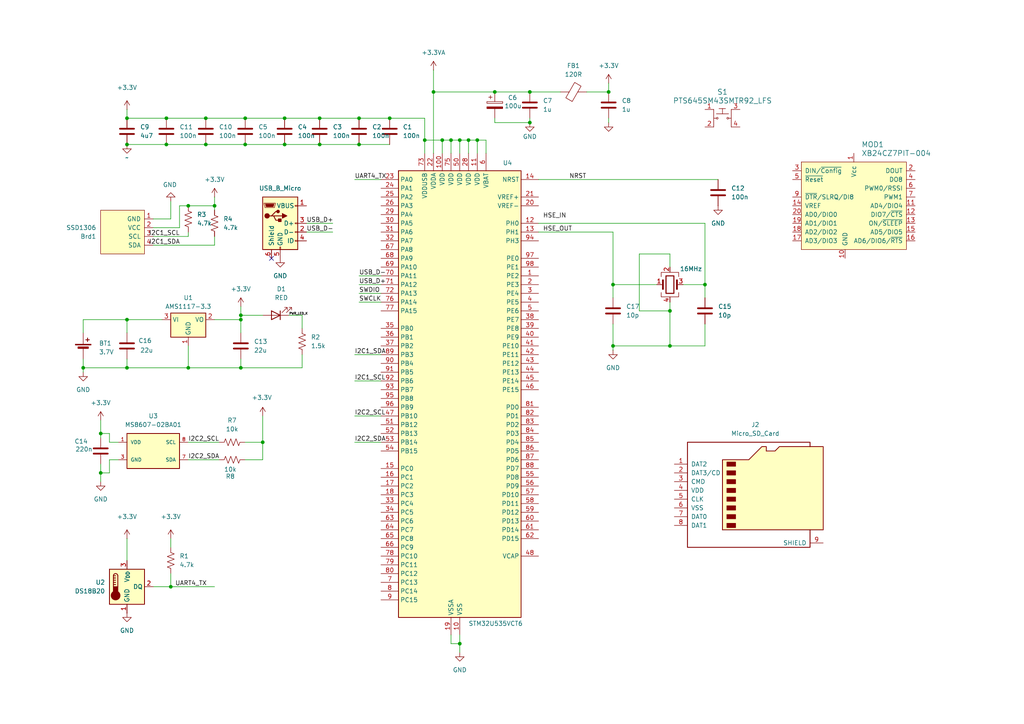
<source format=kicad_sch>
(kicad_sch (version 20231120) (generator "eeschema") (generator_version "8.0")
  (paper "A4")
  (lib_symbols
    (symbol "Connector:Micro_SD_Card" (pin_names (offset 1.016))
      (property "Reference" "J" (at -16.51 15.24 0))
      (property "Value" "Micro_SD_Card" (at 16.51 15.24 0))
      (symbol "Micro_SD_Card_0_1"
        (rectangle (start -7.62 -9.525) (end -5.08 -10.795) (fill (type outline)))
        (rectangle (start -7.62 -6.985) (end -5.08 -8.255) (fill (type outline)))
        (rectangle (start -7.62 -4.445) (end -5.08 -5.715) (fill (type outline)))
        (rectangle (start -7.62 -1.905) (end -5.08 -3.175) (fill (type outline)))
        (rectangle (start -7.62 0.635) (end -5.08 -0.635) (fill (type outline)))
        (rectangle (start -7.62 3.175) (end -5.08 1.905) (fill (type outline)))
        (rectangle (start -7.62 5.715) (end -5.08 4.445) (fill (type outline)))
        (rectangle (start -7.62 8.255) (end -5.08 6.985) (fill (type outline)))
        (polyline (pts (xy 16.51 12.7) (xy 16.51 13.97) (xy -19.05 13.97) (xy -19.05 -16.51) (xy 16.51 -16.51) (xy 16.51 -11.43)) (stroke (width 0.254)))
        (polyline (pts (xy -8.89 -11.43) (xy -8.89 8.89) (xy -1.27 8.89) (xy 2.54 12.7) (xy 3.81 12.7) (xy 3.81 11.43) (xy 6.35 11.43) (xy 7.62 12.7) (xy 20.32 12.7) (xy 20.32 -11.43) (xy -8.89 -11.43)) (stroke (width 0.254)) (fill (type background)))
      )
      (symbol "Micro_SD_Card_1_1"
        (pin bidirectional line (at -22.86 7.62 0) (length 3.81) (name "DAT2") (number "1"))
        (pin bidirectional line (at -22.86 5.08 0) (length 3.81) (name "DAT3/CD") (number "2"))
        (pin input line (at -22.86 2.54 0) (length 3.81) (name "CMD") (number "3"))
        (pin power_in line (at -22.86 0 0) (length 3.81) (name "VDD") (number "4"))
        (pin input line (at -22.86 -2.54 0) (length 3.81) (name "CLK") (number "5"))
        (pin power_in line (at -22.86 -5.08 0) (length 3.81) (name "VSS") (number "6"))
        (pin bidirectional line (at -22.86 -7.62 0) (length 3.81) (name "DAT0") (number "7"))
        (pin bidirectional line (at -22.86 -10.16 0) (length 3.81) (name "DAT1") (number "8"))
        (pin passive line (at 20.32 -15.24 180) (length 3.81) (name "SHIELD") (number "9"))
      )
    )
    (symbol "Connector:USB_B_Micro" (pin_names (offset 1.016))
      (property "Reference" "J" (at -5.08 11.43 0))
      (property "Value" "USB_B_Micro" (at -5.08 8.89 0))
      (symbol "USB_B_Micro_0_1"
        (rectangle (start -5.08 -7.62) (end 5.08 7.62) (stroke (width 0.254)) (fill (type background)))
        (circle (center -3.81 2.159) (radius 0.635) (stroke (width 0.254)) (fill (type outline)))
        (circle (center -0.635 3.429) (radius 0.381) (stroke (width 0.254)) (fill (type outline)))
        (rectangle (start -0.127 -7.62) (end 0.127 -6.858))
        (polyline (pts (xy -1.905 2.159) (xy 0.635 2.159)) (stroke (width 0.254)))
        (polyline (pts (xy -3.175 2.159) (xy -2.54 2.159) (xy -1.27 3.429) (xy -0.635 3.429)) (stroke (width 0.254)))
        (polyline (pts (xy -2.54 2.159) (xy -1.905 2.159) (xy -1.27 0.889) (xy 0 0.889)) (stroke (width 0.254)))
        (polyline (pts (xy 0.635 2.794) (xy 0.635 1.524) (xy 1.905 2.159) (xy 0.635 2.794)) (stroke (width 0.254)) (fill (type outline)))
        (polyline (pts (xy -4.318 5.588) (xy -1.778 5.588) (xy -2.032 4.826) (xy -4.064 4.826) (xy -4.318 5.588)) (fill (type outline)))
        (polyline (pts (xy -4.699 5.842) (xy -4.699 5.588) (xy -4.445 4.826) (xy -4.445 4.572) (xy -1.651 4.572) (xy -1.651 4.826) (xy -1.397 5.588) (xy -1.397 5.842) (xy -4.699 5.842)))
        (rectangle (start 0.254 1.27) (end -0.508 0.508) (stroke (width 0.254)) (fill (type outline)))
        (rectangle (start 5.08 -5.207) (end 4.318 -4.953))
        (rectangle (start 5.08 -2.667) (end 4.318 -2.413))
        (rectangle (start 5.08 -0.127) (end 4.318 0.127))
        (rectangle (start 5.08 4.953) (end 4.318 5.207))
      )
      (symbol "USB_B_Micro_1_1"
        (pin power_out line (at 7.62 5.08 180) (length 2.54) (name "VBUS") (number "1"))
        (pin bidirectional line (at 7.62 -2.54 180) (length 2.54) (name "D-") (number "2"))
        (pin bidirectional line (at 7.62 0 180) (length 2.54) (name "D+") (number "3"))
        (pin passive line (at 7.62 -5.08 180) (length 2.54) (name "ID") (number "4"))
        (pin power_out line (at 0 -10.16 90) (length 2.54) (name "GND") (number "5"))
        (pin passive line (at -2.54 -10.16 90) (length 2.54) (name "Shield") (number "6"))
      )
    )
    (symbol "Device:Battery_Cell" (pin_numbers hide) (pin_names (offset 0) hide)
      (property "Reference" "BT" (at 2.54 2.54 0))
      (property "Value" "Battery_Cell" (at 2.54 0 0))
      (symbol "Battery_Cell_0_1"
        (rectangle (start -2.286 1.778) (end 2.286 1.524) (fill (type outline)))
        (rectangle (start -1.524 1.016) (end 1.524 0.508) (fill (type outline)))
        (polyline (pts (xy 0 0.762) (xy 0 0)))
        (polyline (pts (xy 0 1.778) (xy 0 2.54)))
        (polyline (pts (xy 0.762 3.048) (xy 1.778 3.048)) (stroke (width 0.254)))
        (polyline (pts (xy 1.27 3.556) (xy 1.27 2.54)) (stroke (width 0.254)))
      )
      (symbol "Battery_Cell_1_1"
        (pin passive line (at 0 5.08 270) (length 2.54) (name "+") (number "1"))
        (pin passive line (at 0 -2.54 90) (length 2.54) (name "-") (number "2"))
      )
    )
    (symbol "Device:C" (pin_numbers hide) (pin_names (offset 0.254))
      (property "Reference" "C" (at 0.635 2.54 0))
      (property "Value" "C" (at 0.635 -2.54 0))
      (symbol "C_0_1"
        (polyline (pts (xy -2.032 -0.762) (xy 2.032 -0.762)) (stroke (width 0.508)))
        (polyline (pts (xy -2.032 0.762) (xy 2.032 0.762)) (stroke (width 0.508)))
      )
      (symbol "C_1_1"
        (pin passive line (at 0 3.81 270) (length 2.794) (name "~") (number "1"))
        (pin passive line (at 0 -3.81 90) (length 2.794) (name "~") (number "2"))
      )
    )
    (symbol "Device:C_Polarized" (pin_numbers hide) (pin_names (offset 0.254))
      (property "Reference" "C" (at 0.635 2.54 0))
      (property "Value" "C_Polarized" (at 0.635 -2.54 0))
      (symbol "C_Polarized_0_1"
        (rectangle (start -2.286 0.508) (end 2.286 1.016))
        (polyline (pts (xy -1.778 2.286) (xy -0.762 2.286)))
        (polyline (pts (xy -1.27 2.794) (xy -1.27 1.778)))
        (rectangle (start 2.286 -0.508) (end -2.286 -1.016) (fill (type outline)))
      )
      (symbol "C_Polarized_1_1"
        (pin passive line (at 0 3.81 270) (length 2.794) (name "~") (number "1"))
        (pin passive line (at 0 -3.81 90) (length 2.794) (name "~") (number "2"))
      )
    )
    (symbol "Device:Crystal_GND24" (pin_names (offset 1.016) hide)
      (property "Reference" "Y" (at 3.175 5.08 0))
      (property "Value" "Crystal_GND24" (at 3.175 3.175 0))
      (symbol "Crystal_GND24_0_1"
        (rectangle (start -1.143 2.54) (end 1.143 -2.54) (stroke (width 0.3048)))
        (polyline (pts (xy -2.54 0) (xy -2.032 0)))
        (polyline (pts (xy -2.032 -1.27) (xy -2.032 1.27)) (stroke (width 0.508)))
        (polyline (pts (xy 0 -3.81) (xy 0 -3.556)))
        (polyline (pts (xy 0 3.556) (xy 0 3.81)))
        (polyline (pts (xy 2.032 -1.27) (xy 2.032 1.27)) (stroke (width 0.508)))
        (polyline (pts (xy 2.032 0) (xy 2.54 0)))
        (polyline (pts (xy -2.54 -2.286) (xy -2.54 -3.556) (xy 2.54 -3.556) (xy 2.54 -2.286)))
        (polyline (pts (xy -2.54 2.286) (xy -2.54 3.556) (xy 2.54 3.556) (xy 2.54 2.286)))
      )
      (symbol "Crystal_GND24_1_1"
        (pin passive line (at -3.81 0 0) (length 1.27) (name "1") (number "1"))
        (pin passive line (at 0 5.08 270) (length 1.27) (name "2") (number "2"))
        (pin passive line (at 3.81 0 180) (length 1.27) (name "3") (number "3"))
        (pin passive line (at 0 -5.08 90) (length 1.27) (name "4") (number "4"))
      )
    )
    (symbol "Device:FerriteBead" (pin_numbers hide) (pin_names (offset 0))
      (property "Reference" "FB" (at -3.81 0.635 90))
      (property "Value" "FerriteBead" (at 3.81 0 90))
      (symbol "FerriteBead_0_1"
        (polyline (pts (xy 0 -1.27) (xy 0 -1.2192)))
        (polyline (pts (xy 0 1.27) (xy 0 1.2954)))
        (polyline (pts (xy -2.7686 0.4064) (xy -1.7018 2.2606) (xy 2.7686 -0.3048) (xy 1.6764 -2.159) (xy -2.7686 0.4064)))
      )
      (symbol "FerriteBead_1_1"
        (pin passive line (at 0 3.81 270) (length 2.54) (name "~") (number "1"))
        (pin passive line (at 0 -3.81 90) (length 2.54) (name "~") (number "2"))
      )
    )
    (symbol "Device:LED" (pin_numbers hide) (pin_names (offset 1.016) hide)
      (property "Reference" "D" (at 0 2.54 0))
      (property "Value" "LED" (at 0 -2.54 0))
      (symbol "LED_0_1"
        (polyline (pts (xy -1.27 -1.27) (xy -1.27 1.27)) (stroke (width 0.254)))
        (polyline (pts (xy -1.27 0) (xy 1.27 0)))
        (polyline (pts (xy 1.27 -1.27) (xy 1.27 1.27) (xy -1.27 0) (xy 1.27 -1.27)) (stroke (width 0.254)))
        (polyline (pts (xy -3.048 -0.762) (xy -4.572 -2.286) (xy -3.81 -2.286) (xy -4.572 -2.286) (xy -4.572 -1.524)))
        (polyline (pts (xy -1.778 -0.762) (xy -3.302 -2.286) (xy -2.54 -2.286) (xy -3.302 -2.286) (xy -3.302 -1.524)))
      )
      (symbol "LED_1_1"
        (pin passive line (at -3.81 0 0) (length 2.54) (name "K") (number "1"))
        (pin passive line (at 3.81 0 180) (length 2.54) (name "A") (number "2"))
      )
    )
    (symbol "Device:R_US" (pin_numbers hide) (pin_names (offset 0))
      (property "Reference" "R" (at 2.54 0 90))
      (property "Value" "R_US" (at -2.54 0 90))
      (symbol "R_US_0_1"
        (polyline (pts (xy 0 -2.286) (xy 0 -2.54)))
        (polyline (pts (xy 0 2.286) (xy 0 2.54)))
        (polyline (pts (xy 0 -0.762) (xy 1.016 -1.143) (xy 0 -1.524) (xy -1.016 -1.905) (xy 0 -2.286)))
        (polyline (pts (xy 0 0.762) (xy 1.016 0.381) (xy 0 0) (xy -1.016 -0.381) (xy 0 -0.762)))
        (polyline (pts (xy 0 2.286) (xy 1.016 1.905) (xy 0 1.524) (xy -1.016 1.143) (xy 0 0.762)))
      )
      (symbol "R_US_1_1"
        (pin passive line (at 0 3.81 270) (length 1.27) (name "~") (number "1"))
        (pin passive line (at 0 -3.81 90) (length 1.27) (name "~") (number "2"))
      )
    )
    (symbol "MCU_ST_STM32U5:STM32U535VCTx"
      (property "Reference" "U" (at -17.78 67.31 0))
      (property "Value" "STM32U535VCTx" (at 12.7 67.31 0))
      (symbol "STM32U535VCTx_0_1"
        (rectangle (start -17.78 -63.5) (end 17.78 66.04) (stroke (width 0.254)) (fill (type background)))
      )
      (symbol "STM32U535VCTx_1_1"
        (pin bidirectional line (at -22.86 35.56 0) (length 5.08) (name "PE2") (number "1"))
        (pin power_in line (at 0 -68.58 90) (length 5.08) (name "VSS") (number "10"))
        (pin power_in line (at 5.08 71.12 270) (length 5.08) (name "VDD") (number "100"))
        (pin power_in line (at -5.08 71.12 270) (length 5.08) (name "VDD") (number "11"))
        (pin bidirectional line (at -22.86 50.8 0) (length 5.08) (name "PH0") (number "12"))
        (pin bidirectional line (at -22.86 48.26 0) (length 5.08) (name "PH1") (number "13"))
        (pin input line (at -22.86 63.5 0) (length 5.08) (name "NRST") (number "14"))
        (pin bidirectional line (at 22.86 -20.32 180) (length 5.08) (name "PC0") (number "15"))
        (pin bidirectional line (at 22.86 -22.86 180) (length 5.08) (name "PC1") (number "16"))
        (pin bidirectional line (at 22.86 -25.4 180) (length 5.08) (name "PC2") (number "17"))
        (pin bidirectional line (at 22.86 -27.94 180) (length 5.08) (name "PC3") (number "18"))
        (pin power_in line (at 2.54 -68.58 90) (length 5.08) (name "VSSA") (number "19"))
        (pin bidirectional line (at -22.86 33.02 0) (length 5.08) (name "PE3") (number "2"))
        (pin input line (at -22.86 55.88 0) (length 5.08) (name "VREF-") (number "20"))
        (pin input line (at -22.86 58.42 0) (length 5.08) (name "VREF+") (number "21"))
        (pin power_in line (at 7.62 71.12 270) (length 5.08) (name "VDDA") (number "22"))
        (pin bidirectional line (at 22.86 63.5 180) (length 5.08) (name "PA0") (number "23"))
        (pin bidirectional line (at 22.86 60.96 180) (length 5.08) (name "PA1") (number "24"))
        (pin bidirectional line (at 22.86 58.42 180) (length 5.08) (name "PA2") (number "25"))
        (pin bidirectional line (at 22.86 55.88 180) (length 5.08) (name "PA3") (number "26"))
        (pin passive line (at 0 -68.58 90) (length 5.08) hide (name "VSS") (number "27"))
        (pin power_in line (at -2.54 71.12 270) (length 5.08) (name "VDD") (number "28"))
        (pin bidirectional line (at 22.86 53.34 180) (length 5.08) (name "PA4") (number "29"))
        (pin bidirectional line (at -22.86 30.48 0) (length 5.08) (name "PE4") (number "3"))
        (pin bidirectional line (at 22.86 50.8 180) (length 5.08) (name "PA5") (number "30"))
        (pin bidirectional line (at 22.86 48.26 180) (length 5.08) (name "PA6") (number "31"))
        (pin bidirectional line (at 22.86 45.72 180) (length 5.08) (name "PA7") (number "32"))
        (pin bidirectional line (at 22.86 -30.48 180) (length 5.08) (name "PC4") (number "33"))
        (pin bidirectional line (at 22.86 -33.02 180) (length 5.08) (name "PC5") (number "34"))
        (pin bidirectional line (at 22.86 20.32 180) (length 5.08) (name "PB0") (number "35"))
        (pin bidirectional line (at 22.86 17.78 180) (length 5.08) (name "PB1") (number "36"))
        (pin bidirectional line (at 22.86 15.24 180) (length 5.08) (name "PB2") (number "37"))
        (pin bidirectional line (at -22.86 22.86 0) (length 5.08) (name "PE7") (number "38"))
        (pin bidirectional line (at -22.86 20.32 0) (length 5.08) (name "PE8") (number "39"))
        (pin bidirectional line (at -22.86 27.94 0) (length 5.08) (name "PE5") (number "4"))
        (pin bidirectional line (at -22.86 17.78 0) (length 5.08) (name "PE9") (number "40"))
        (pin bidirectional line (at -22.86 15.24 0) (length 5.08) (name "PE10") (number "41"))
        (pin bidirectional line (at -22.86 12.7 0) (length 5.08) (name "PE11") (number "42"))
        (pin bidirectional line (at -22.86 10.16 0) (length 5.08) (name "PE12") (number "43"))
        (pin bidirectional line (at -22.86 7.62 0) (length 5.08) (name "PE13") (number "44"))
        (pin bidirectional line (at -22.86 5.08 0) (length 5.08) (name "PE14") (number "45"))
        (pin bidirectional line (at -22.86 2.54 0) (length 5.08) (name "PE15") (number "46"))
        (pin bidirectional line (at 22.86 -5.08 180) (length 5.08) (name "PB10") (number "47"))
        (pin power_out line (at -22.86 -45.72 0) (length 5.08) (name "VCAP") (number "48"))
        (pin passive line (at 0 -68.58 90) (length 5.08) hide (name "VSS") (number "49"))
        (pin bidirectional line (at -22.86 25.4 0) (length 5.08) (name "PE6") (number "5"))
        (pin power_in line (at 0 71.12 270) (length 5.08) (name "VDD") (number "50"))
        (pin bidirectional line (at 22.86 -7.62 180) (length 5.08) (name "PB12") (number "51"))
        (pin bidirectional line (at 22.86 -10.16 180) (length 5.08) (name "PB13") (number "52"))
        (pin bidirectional line (at 22.86 -12.7 180) (length 5.08) (name "PB14") (number "53"))
        (pin bidirectional line (at 22.86 -15.24 180) (length 5.08) (name "PB15") (number "54"))
        (pin bidirectional line (at -22.86 -22.86 0) (length 5.08) (name "PD8") (number "55"))
        (pin bidirectional line (at -22.86 -25.4 0) (length 5.08) (name "PD9") (number "56"))
        (pin bidirectional line (at -22.86 -27.94 0) (length 5.08) (name "PD10") (number "57"))
        (pin bidirectional line (at -22.86 -30.48 0) (length 5.08) (name "PD11") (number "58"))
        (pin bidirectional line (at -22.86 -33.02 0) (length 5.08) (name "PD12") (number "59"))
        (pin power_in line (at -7.62 71.12 270) (length 5.08) (name "VBAT") (number "6"))
        (pin bidirectional line (at -22.86 -35.56 0) (length 5.08) (name "PD13") (number "60"))
        (pin bidirectional line (at -22.86 -38.1 0) (length 5.08) (name "PD14") (number "61"))
        (pin bidirectional line (at -22.86 -40.64 0) (length 5.08) (name "PD15") (number "62"))
        (pin bidirectional line (at 22.86 -35.56 180) (length 5.08) (name "PC6") (number "63"))
        (pin bidirectional line (at 22.86 -38.1 180) (length 5.08) (name "PC7") (number "64"))
        (pin bidirectional line (at 22.86 -40.64 180) (length 5.08) (name "PC8") (number "65"))
        (pin bidirectional line (at 22.86 -43.18 180) (length 5.08) (name "PC9") (number "66"))
        (pin bidirectional line (at 22.86 43.18 180) (length 5.08) (name "PA8") (number "67"))
        (pin bidirectional line (at 22.86 40.64 180) (length 5.08) (name "PA9") (number "68"))
        (pin bidirectional line (at 22.86 38.1 180) (length 5.08) (name "PA10") (number "69"))
        (pin bidirectional line (at 22.86 -53.34 180) (length 5.08) (name "PC13") (number "7"))
        (pin bidirectional line (at 22.86 35.56 180) (length 5.08) (name "PA11") (number "70"))
        (pin bidirectional line (at 22.86 33.02 180) (length 5.08) (name "PA12") (number "71"))
        (pin bidirectional line (at 22.86 30.48 180) (length 5.08) (name "PA13") (number "72"))
        (pin power_in line (at 10.16 71.12 270) (length 5.08) (name "VDDUSB") (number "73"))
        (pin passive line (at 0 -68.58 90) (length 5.08) hide (name "VSS") (number "74"))
        (pin power_in line (at 2.54 71.12 270) (length 5.08) (name "VDD") (number "75"))
        (pin bidirectional line (at 22.86 27.94 180) (length 5.08) (name "PA14") (number "76"))
        (pin bidirectional line (at 22.86 25.4 180) (length 5.08) (name "PA15") (number "77"))
        (pin bidirectional line (at 22.86 -45.72 180) (length 5.08) (name "PC10") (number "78"))
        (pin bidirectional line (at 22.86 -48.26 180) (length 5.08) (name "PC11") (number "79"))
        (pin bidirectional line (at 22.86 -55.88 180) (length 5.08) (name "PC14") (number "8"))
        (pin bidirectional line (at 22.86 -50.8 180) (length 5.08) (name "PC12") (number "80"))
        (pin bidirectional line (at -22.86 -2.54 0) (length 5.08) (name "PD0") (number "81"))
        (pin bidirectional line (at -22.86 -5.08 0) (length 5.08) (name "PD1") (number "82"))
        (pin bidirectional line (at -22.86 -7.62 0) (length 5.08) (name "PD2") (number "83"))
        (pin bidirectional line (at -22.86 -10.16 0) (length 5.08) (name "PD3") (number "84"))
        (pin bidirectional line (at -22.86 -12.7 0) (length 5.08) (name "PD4") (number "85"))
        (pin bidirectional line (at -22.86 -15.24 0) (length 5.08) (name "PD5") (number "86"))
        (pin bidirectional line (at -22.86 -17.78 0) (length 5.08) (name "PD6") (number "87"))
        (pin bidirectional line (at -22.86 -20.32 0) (length 5.08) (name "PD7") (number "88"))
        (pin bidirectional line (at 22.86 12.7 180) (length 5.08) (name "PB3") (number "89"))
        (pin bidirectional line (at 22.86 -58.42 180) (length 5.08) (name "PC15") (number "9"))
        (pin bidirectional line (at 22.86 10.16 180) (length 5.08) (name "PB4") (number "90"))
        (pin bidirectional line (at 22.86 7.62 180) (length 5.08) (name "PB5") (number "91"))
        (pin bidirectional line (at 22.86 5.08 180) (length 5.08) (name "PB6") (number "92"))
        (pin bidirectional line (at 22.86 2.54 180) (length 5.08) (name "PB7") (number "93"))
        (pin bidirectional line (at -22.86 45.72 0) (length 5.08) (name "PH3") (number "94"))
        (pin bidirectional line (at 22.86 0 180) (length 5.08) (name "PB8") (number "95"))
        (pin bidirectional line (at 22.86 -2.54 180) (length 5.08) (name "PB9") (number "96"))
        (pin bidirectional line (at -22.86 40.64 0) (length 5.08) (name "PE0") (number "97"))
        (pin bidirectional line (at -22.86 38.1 0) (length 5.08) (name "PE1") (number "98"))
        (pin passive line (at 0 -68.58 90) (length 5.08) hide (name "VSS") (number "99"))
      )
    )
    (symbol "MS8607-02BA01:MS8607-02BA01" (pin_names (offset 1.016))
      (property "Reference" "U" (at -7.62 5.588 0))
      (property "Value" "MS8607-02BA01" (at -7.62 -7.62 0))
      (symbol "MS8607-02BA01_0_0"
        (rectangle (start -7.62 -5.08) (end 7.62 5.08) (stroke (width 0.254)) (fill (type background)))
        (pin power_in line (at -10.16 2.54 0) (length 2.54) (name "VDD") (number "1"))
        (pin power_in line (at -10.16 -2.54 0) (length 2.54) (name "GND") (number "3"))
        (pin bidirectional line (at 10.16 -2.54 180) (length 2.54) (name "SDA") (number "7"))
        (pin bidirectional line (at 10.16 2.54 180) (length 2.54) (name "SCL") (number "8"))
      )
    )
    (symbol "Regulator_Linear:AMS1117-3.3"
      (property "Reference" "U" (at -3.81 3.175 0))
      (property "Value" "AMS1117-3.3" (at 0 3.175 0))
      (symbol "AMS1117-3.3_0_1"
        (rectangle (start -5.08 -5.08) (end 5.08 1.905) (stroke (width 0.254)) (fill (type background)))
      )
      (symbol "AMS1117-3.3_1_1"
        (pin power_in line (at 0 -7.62 90) (length 2.54) (name "GND") (number "1"))
        (pin power_out line (at 7.62 0 180) (length 2.54) (name "VO") (number "2"))
        (pin power_in line (at -7.62 0 0) (length 2.54) (name "VI") (number "3"))
      )
    )
    (symbol "SSD1306-128x64_OLED:SSD1306" (pin_names (offset 1.016))
      (property "Reference" "Brd" (at 0 -3.81 0))
      (property "Value" "SSD1306" (at 0 -1.27 0))
      (symbol "SSD1306_0_1"
        (rectangle (start -6.35 6.35) (end 6.35 -6.35) (fill (type background)))
      )
      (symbol "SSD1306_1_1"
        (pin input line (at -3.81 8.89 270) (length 2.54) (name "GND") (number "1"))
        (pin input line (at -1.27 8.89 270) (length 2.54) (name "VCC") (number "2"))
        (pin input line (at 1.27 8.89 270) (length 2.54) (name "SCL") (number "3"))
        (pin input line (at 3.81 8.89 270) (length 2.54) (name "SDA") (number "4"))
      )
    )
    (symbol "Sensor_Temperature:DS18B20"
      (property "Reference" "U" (at -3.81 6.35 0))
      (property "Value" "DS18B20" (at 6.35 6.35 0))
      (symbol "DS18B20_0_1"
        (rectangle (start -5.08 5.08) (end 5.08 -5.08) (stroke (width 0.254)) (fill (type background)))
        (circle (center -3.302 -2.54) (radius 1.27) (stroke (width 0.254)) (fill (type outline)))
        (rectangle (start -2.667 -1.905) (end -3.937 0) (stroke (width 0.254)) (fill (type outline)))
        (arc (start -2.667 3.175) (mid -3.302 3.8073) (end -3.937 3.175) (stroke (width 0.254)))
        (polyline (pts (xy -3.937 0.635) (xy -3.302 0.635)) (stroke (width 0.254)))
        (polyline (pts (xy -3.937 1.27) (xy -3.302 1.27)) (stroke (width 0.254)))
        (polyline (pts (xy -3.937 1.905) (xy -3.302 1.905)) (stroke (width 0.254)))
        (polyline (pts (xy -3.937 2.54) (xy -3.302 2.54)) (stroke (width 0.254)))
        (polyline (pts (xy -3.937 3.175) (xy -3.937 0)) (stroke (width 0.254)))
        (polyline (pts (xy -3.937 3.175) (xy -3.302 3.175)) (stroke (width 0.254)))
        (polyline (pts (xy -2.667 3.175) (xy -2.667 0)) (stroke (width 0.254)))
      )
      (symbol "DS18B20_1_1"
        (pin power_in line (at 0 -7.62 90) (length 2.54) (name "GND") (number "1"))
        (pin bidirectional line (at 7.62 0 180) (length 2.54) (name "DQ") (number "2"))
        (pin power_in line (at 0 7.62 270) (length 2.54) (name "V_{DD}") (number "3"))
      )
    )
    (symbol "dk_RF-Transceiver-Modules:XB24CZ7PIT-004" (pin_names (offset 1.016))
      (property "Reference" "MOD" (at -17.9578 18.6944 0))
      (property "Value" "XB24CZ7PIT-004" (at -2.0828 -8.9408 0))
      (symbol "XB24CZ7PIT-004_0_1"
        (rectangle (start -17.78 17.78) (end 12.7 -7.62) (fill (type background)))
      )
      (symbol "XB24CZ7PIT-004_1_1"
        (pin power_in line (at -2.54 20.32 270) (length 2.54) (name "Vcc") (number "1"))
        (pin power_in line (at -5.08 -10.16 90) (length 2.54) (name "GND") (number "10"))
        (pin bidirectional line (at 15.24 5.08 180) (length 2.54) (name "AD4/DIO4") (number "11"))
        (pin bidirectional line (at 15.24 2.54 180) (length 2.54) (name "DIO7/~{CTS}") (number "12"))
        (pin output line (at 15.24 0 180) (length 2.54) (name "ON/~{SLEEP}") (number "13"))
        (pin input line (at -20.32 5.08 0) (length 2.54) (name "VREF") (number "14"))
        (pin bidirectional line (at 15.24 -2.54 180) (length 2.54) (name "AD5/DIO5") (number "15"))
        (pin bidirectional line (at 15.24 -5.08 180) (length 2.54) (name "AD6/DIO6/~{RTS}") (number "16"))
        (pin bidirectional line (at -20.32 -5.08 0) (length 2.54) (name "AD3/DIO3") (number "17"))
        (pin bidirectional line (at -20.32 -2.54 0) (length 2.54) (name "AD2/DIO2") (number "18"))
        (pin bidirectional line (at -20.32 0 0) (length 2.54) (name "AD1/DIO1") (number "19"))
        (pin output line (at 15.24 15.24 180) (length 2.54) (name "DOUT") (number "2"))
        (pin bidirectional line (at -20.32 2.54 0) (length 2.54) (name "AD0/DIO0") (number "20"))
        (pin input line (at -20.32 15.24 0) (length 2.54) (name "DIN/~{Config}") (number "3"))
        (pin output line (at 15.24 12.7 180) (length 2.54) (name "DO8") (number "4"))
        (pin input line (at -20.32 12.7 0) (length 2.54) (name "~{Reset}") (number "5"))
        (pin output line (at 15.24 10.16 180) (length 2.54) (name "PWM0/RSSI") (number "6"))
        (pin output line (at 15.24 7.62 180) (length 2.54) (name "PWM1") (number "7"))
        (pin no_connect line (at -17.78 10.16 0) (length 2.54) hide (name "Reserved") (number "8"))
        (pin input line (at -20.32 7.62 0) (length 2.54) (name "~{DTR}/SLRQ/DI8") (number "9"))
      )
    )
    (symbol "dk_Tactile-Switches:PTS645SM43SMTR92_LFS" (pin_names (offset 1.016))
      (property "Reference" "S" (at 0 5.08 0))
      (property "Value" "PTS645SM43SMTR92_LFS" (at 0 -5.334 0))
      (symbol "PTS645SM43SMTR92_LFS_0_1"
        (circle (center -1.524 0) (radius 0.254))
        (polyline (pts (xy -2.54 2.54) (xy -2.54 -2.54)))
        (polyline (pts (xy -1.778 0) (xy -2.54 0)))
        (polyline (pts (xy -1.778 1.27) (xy 1.778 1.27)))
        (polyline (pts (xy 2.54 -2.54) (xy 2.54 2.54)))
        (polyline (pts (xy 2.54 0) (xy 1.778 0)))
        (circle (center 1.524 0) (radius 0.254))
      )
      (symbol "PTS645SM43SMTR92_LFS_1_1"
        (polyline (pts (xy -1.016 2.794) (xy 0.889 2.794)))
        (polyline (pts (xy 0 2.794) (xy 0 1.27)))
        (pin passive line (at -5.08 2.54 0) (length 2.54) (name "~") (number "1"))
        (pin passive line (at -5.08 -2.54 0) (length 2.54) (name "~") (number "2"))
        (pin passive line (at 5.08 2.54 180) (length 2.54) (name "~") (number "3"))
        (pin passive line (at 5.08 -2.54 180) (length 2.54) (name "~") (number "4"))
      )
    )
    (symbol "power:+3.3V" (power) (pin_numbers hide) (pin_names (offset 0) hide)
      (property "Value" "+3.3V" (at 0 3.556 0))
      (symbol "+3.3V_0_1"
        (polyline (pts (xy -0.762 1.27) (xy 0 2.54)))
        (polyline (pts (xy 0 0) (xy 0 2.54)))
        (polyline (pts (xy 0 2.54) (xy 0.762 1.27)))
      )
      (symbol "+3.3V_1_1"
        (pin power_in line (at 0 0 90) (length 0) (name "~") (number "1"))
      )
    )
    (symbol "power:+3.3VA" (power) (pin_numbers hide) (pin_names (offset 0) hide)
      (property "Value" "+3.3VA" (at 0 3.556 0))
      (symbol "+3.3VA_0_1"
        (polyline (pts (xy -0.762 1.27) (xy 0 2.54)))
        (polyline (pts (xy 0 0) (xy 0 2.54)))
        (polyline (pts (xy 0 2.54) (xy 0.762 1.27)))
      )
      (symbol "+3.3VA_1_1"
        (pin power_in line (at 0 0 90) (length 0) (name "~") (number "1"))
      )
    )
    (symbol "power:GND" (power) (pin_numbers hide) (pin_names (offset 0) hide)
      (property "Value" "GND" (at 0 -3.81 0))
      (symbol "GND_0_1"
        (polyline (pts (xy 0 0) (xy 0 -1.27) (xy 1.27 -1.27) (xy 0 -2.54) (xy -1.27 -1.27) (xy 0 -1.27)))
      )
      (symbol "GND_1_1"
        (pin power_in line (at 0 0 270) (length 0) (name "~") (number "1"))
      )
    )
  )
  (junction (at 133.35 40.64))
  (junction (at 71.12 41.91))
  (junction (at 54.61 106.68))
  (junction (at 54.61 59.69))
  (junction (at 133.35 186.69))
  (junction (at 36.83 41.91))
  (junction (at 76.2 128.27))
  (junction (at 69.85 106.68))
  (junction (at 104.14 41.91))
  (junction (at 29.21 125.73))
  (junction (at 69.85 92.71))
  (junction (at 69.85 91.44))
  (junction (at 36.83 92.71))
  (junction (at 135.89 40.64))
  (junction (at 153.67 35.56))
  (junction (at 71.12 34.29))
  (junction (at 143.51 26.67))
  (junction (at 82.55 41.91))
  (junction (at 177.8 82.55))
  (junction (at 204.47 82.55))
  (junction (at 48.26 34.29))
  (junction (at 49.53 170.18))
  (junction (at 82.55 34.29))
  (junction (at 92.71 41.91))
  (junction (at 36.83 106.68))
  (junction (at 176.53 26.67))
  (junction (at 177.8 100.33))
  (junction (at 194.31 100.33))
  (junction (at 24.13 106.68))
  (junction (at 62.23 59.69))
  (junction (at 29.21 137.16))
  (junction (at 59.69 34.29))
  (junction (at 138.43 40.64))
  (junction (at 92.71 34.29))
  (junction (at 59.69 41.91))
  (junction (at 113.03 34.29))
  (junction (at 48.26 41.91))
  (junction (at 194.31 90.17))
  (junction (at 125.73 26.67))
  (junction (at 128.27 40.64))
  (junction (at 130.81 40.64))
  (junction (at 36.83 34.29))
  (junction (at 153.67 26.67))
  (junction (at 104.14 34.29))
  (junction (at 123.19 40.64))
  (no_connect (at 78.74 74.93))
  (wire (pts (xy 54.61 106.68) (xy 69.85 106.68)))
  (wire (pts (xy 140.97 40.64) (xy 140.97 44.45)))
  (wire (pts (xy 176.53 34.29) (xy 176.53 35.56)))
  (wire (pts (xy 54.61 59.69) (xy 62.23 59.69)))
  (wire (pts (xy 170.18 26.67) (xy 176.53 26.67)))
  (wire (pts (xy 125.73 26.67) (xy 125.73 44.45)))
  (wire (pts (xy 204.47 82.55) (xy 204.47 86.36)))
  (wire (pts (xy 44.45 68.58) (xy 54.61 68.58)))
  (wire (pts (xy 24.13 106.68) (xy 24.13 107.95)))
  (wire (pts (xy 156.21 64.77) (xy 204.47 64.77)))
  (wire (pts (xy 177.8 101.6) (xy 177.8 100.33)))
  (wire (pts (xy 198.12 82.55) (xy 204.47 82.55)))
  (wire (pts (xy 133.35 186.69) (xy 130.81 186.69)))
  (wire (pts (xy 104.14 82.55) (xy 110.49 82.55)))
  (wire (pts (xy 44.45 170.18) (xy 49.53 170.18)))
  (wire (pts (xy 102.87 110.49) (xy 110.49 110.49)))
  (wire (pts (xy 54.61 67.31) (xy 54.61 68.58)))
  (wire (pts (xy 87.63 106.68) (xy 69.85 106.68)))
  (wire (pts (xy 128.27 40.64) (xy 128.27 44.45)))
  (wire (pts (xy 143.51 34.29) (xy 143.51 35.56)))
  (wire (pts (xy 29.21 137.16) (xy 29.21 139.7)))
  (wire (pts (xy 49.53 170.18) (xy 62.23 170.18)))
  (wire (pts (xy 92.71 34.29) (xy 104.14 34.29)))
  (wire (pts (xy 76.2 128.27) (xy 76.2 133.35)))
  (wire (pts (xy 83.82 91.44) (xy 87.63 91.44)))
  (wire (pts (xy 185.42 73.66) (xy 185.42 90.17)))
  (wire (pts (xy 88.9 67.31) (xy 96.52 67.31)))
  (wire (pts (xy 102.87 120.65) (xy 110.49 120.65)))
  (wire (pts (xy 31.75 125.73) (xy 31.75 128.27)))
  (wire (pts (xy 44.45 66.04) (xy 52.07 66.04)))
  (wire (pts (xy 54.61 133.35) (xy 63.5 133.35)))
  (wire (pts (xy 125.73 26.67) (xy 143.51 26.67)))
  (wire (pts (xy 69.85 91.44) (xy 69.85 92.71)))
  (wire (pts (xy 156.21 52.07) (xy 208.28 52.07)))
  (wire (pts (xy 123.19 34.29) (xy 123.19 40.64)))
  (wire (pts (xy 44.45 71.12) (xy 62.23 71.12)))
  (wire (pts (xy 133.35 40.64) (xy 133.35 44.45)))
  (wire (pts (xy 177.8 82.55) (xy 190.5 82.55)))
  (wire (pts (xy 36.83 92.71) (xy 36.83 96.52)))
  (wire (pts (xy 29.21 134.62) (xy 29.21 137.16)))
  (wire (pts (xy 31.75 137.16) (xy 31.75 133.35)))
  (wire (pts (xy 130.81 184.15) (xy 130.81 186.69)))
  (wire (pts (xy 133.35 184.15) (xy 133.35 186.69)))
  (wire (pts (xy 194.31 90.17) (xy 194.31 100.33)))
  (wire (pts (xy 62.23 59.69) (xy 62.23 60.96)))
  (wire (pts (xy 104.14 85.09) (xy 110.49 85.09)))
  (wire (pts (xy 76.2 133.35) (xy 71.12 133.35)))
  (wire (pts (xy 76.2 120.65) (xy 76.2 128.27)))
  (wire (pts (xy 130.81 40.64) (xy 128.27 40.64)))
  (wire (pts (xy 156.21 67.31) (xy 177.8 67.31)))
  (wire (pts (xy 29.21 137.16) (xy 31.75 137.16)))
  (wire (pts (xy 71.12 41.91) (xy 82.55 41.91)))
  (wire (pts (xy 59.69 34.29) (xy 71.12 34.29)))
  (wire (pts (xy 135.89 40.64) (xy 135.89 44.45)))
  (wire (pts (xy 82.55 41.91) (xy 92.71 41.91)))
  (wire (pts (xy 92.71 41.91) (xy 104.14 41.91)))
  (wire (pts (xy 88.9 64.77) (xy 96.52 64.77)))
  (wire (pts (xy 130.81 40.64) (xy 130.81 44.45)))
  (wire (pts (xy 153.67 26.67) (xy 162.56 26.67)))
  (wire (pts (xy 185.42 90.17) (xy 194.31 90.17)))
  (wire (pts (xy 102.87 102.87) (xy 110.49 102.87)))
  (wire (pts (xy 76.2 128.27) (xy 71.12 128.27)))
  (wire (pts (xy 48.26 41.91) (xy 59.69 41.91)))
  (wire (pts (xy 87.63 102.87) (xy 87.63 106.68)))
  (wire (pts (xy 153.67 35.56) (xy 153.67 34.29)))
  (wire (pts (xy 29.21 125.73) (xy 31.75 125.73)))
  (wire (pts (xy 87.63 91.44) (xy 87.63 95.25)))
  (wire (pts (xy 31.75 128.27) (xy 34.29 128.27)))
  (wire (pts (xy 177.8 67.31) (xy 177.8 82.55)))
  (wire (pts (xy 49.53 156.21) (xy 49.53 158.75)))
  (wire (pts (xy 48.26 34.29) (xy 59.69 34.29)))
  (wire (pts (xy 24.13 92.71) (xy 36.83 92.71)))
  (wire (pts (xy 69.85 91.44) (xy 76.2 91.44)))
  (wire (pts (xy 52.07 59.69) (xy 54.61 59.69)))
  (wire (pts (xy 176.53 24.13) (xy 176.53 26.67)))
  (wire (pts (xy 24.13 96.52) (xy 24.13 92.71)))
  (wire (pts (xy 143.51 35.56) (xy 153.67 35.56)))
  (wire (pts (xy 24.13 104.14) (xy 24.13 106.68)))
  (wire (pts (xy 69.85 88.9) (xy 69.85 91.44)))
  (wire (pts (xy 177.8 82.55) (xy 177.8 86.36)))
  (wire (pts (xy 104.14 87.63) (xy 110.49 87.63)))
  (wire (pts (xy 113.03 34.29) (xy 123.19 34.29)))
  (wire (pts (xy 62.23 68.58) (xy 62.23 71.12)))
  (wire (pts (xy 104.14 80.01) (xy 110.49 80.01)))
  (wire (pts (xy 138.43 40.64) (xy 135.89 40.64)))
  (wire (pts (xy 62.23 57.15) (xy 62.23 59.69)))
  (wire (pts (xy 125.73 20.32) (xy 125.73 26.67)))
  (wire (pts (xy 52.07 66.04) (xy 52.07 59.69)))
  (wire (pts (xy 54.61 100.33) (xy 54.61 106.68)))
  (wire (pts (xy 194.31 100.33) (xy 177.8 100.33)))
  (wire (pts (xy 102.87 52.07) (xy 110.49 52.07)))
  (wire (pts (xy 36.83 41.91) (xy 48.26 41.91)))
  (wire (pts (xy 102.87 128.27) (xy 110.49 128.27)))
  (wire (pts (xy 204.47 93.98) (xy 204.47 100.33)))
  (wire (pts (xy 59.69 41.91) (xy 71.12 41.91)))
  (wire (pts (xy 82.55 34.29) (xy 92.71 34.29)))
  (wire (pts (xy 29.21 125.73) (xy 29.21 127)))
  (wire (pts (xy 123.19 40.64) (xy 123.19 44.45)))
  (wire (pts (xy 104.14 41.91) (xy 113.03 41.91)))
  (wire (pts (xy 36.83 104.14) (xy 36.83 106.68)))
  (wire (pts (xy 133.35 40.64) (xy 130.81 40.64)))
  (wire (pts (xy 138.43 40.64) (xy 138.43 44.45)))
  (wire (pts (xy 36.83 156.21) (xy 36.83 162.56)))
  (wire (pts (xy 36.83 92.71) (xy 46.99 92.71)))
  (wire (pts (xy 36.83 106.68) (xy 54.61 106.68)))
  (wire (pts (xy 135.89 40.64) (xy 133.35 40.64)))
  (wire (pts (xy 36.83 34.29) (xy 48.26 34.29)))
  (wire (pts (xy 54.61 128.27) (xy 63.5 128.27)))
  (wire (pts (xy 31.75 133.35) (xy 34.29 133.35)))
  (wire (pts (xy 62.23 92.71) (xy 69.85 92.71)))
  (wire (pts (xy 29.21 121.92) (xy 29.21 125.73)))
  (wire (pts (xy 49.53 166.37) (xy 49.53 170.18)))
  (wire (pts (xy 69.85 92.71) (xy 69.85 96.52)))
  (wire (pts (xy 204.47 64.77) (xy 204.47 82.55)))
  (wire (pts (xy 194.31 90.17) (xy 194.31 87.63)))
  (wire (pts (xy 194.31 73.66) (xy 194.31 77.47)))
  (wire (pts (xy 194.31 100.33) (xy 204.47 100.33)))
  (wire (pts (xy 36.83 31.75) (xy 36.83 34.29)))
  (wire (pts (xy 177.8 93.98) (xy 177.8 100.33)))
  (wire (pts (xy 71.12 34.29) (xy 82.55 34.29)))
  (wire (pts (xy 69.85 104.14) (xy 69.85 106.68)))
  (wire (pts (xy 44.45 63.5) (xy 49.53 63.5)))
  (wire (pts (xy 104.14 34.29) (xy 113.03 34.29)))
  (wire (pts (xy 24.13 106.68) (xy 36.83 106.68)))
  (wire (pts (xy 194.31 73.66) (xy 185.42 73.66)))
  (wire (pts (xy 133.35 186.69) (xy 133.35 189.23)))
  (wire (pts (xy 128.27 40.64) (xy 123.19 40.64)))
  (wire (pts (xy 49.53 63.5) (xy 49.53 58.42)))
  (wire (pts (xy 143.51 26.67) (xy 153.67 26.67)))
  (wire (pts (xy 140.97 40.64) (xy 138.43 40.64)))
  (label "I2C1_SDA" (at 43.18 71.12 0))
  (label "USB_D+" (at 104.14 82.55 0))
  (label "I2C2_SCL" (at 54.61 128.27 0))
  (label "USB_D-" (at 88.9 67.31 0))
  (label "SWDIO" (at 104.14 85.09 0))
  (label "I2C2_SCL" (at 102.87 120.65 0))
  (label "SWCLK" (at 104.14 87.63 0))
  (label "HSE_IN" (at 157.48 63.5 0))
  (label "I2C1_SCL" (at 102.87 110.49 0))
  (label "USB_D+" (at 88.9 64.77 0))
  (label "UART4_TX" (at 102.87 52.07 0))
  (label "I2C1_SDA" (at 102.87 102.87 0))
  (label "I2C2_SDA" (at 102.87 128.27 0))
  (label "HSE_OUT" (at 157.48 67.31 0))
  (label "I2C2_SDA" (at 54.61 133.35 0))
  (label "NRST" (at 165.1 52.07 0))
  (label "USB_D-" (at 104.14 80.01 0))
  (label "I2C1_SCL" (at 43.18 68.58 0))
  (label "PWR_LED_K" (at 83.82 91.44 0) (effects (font (size 0.635 0.635))))
  (label "UART4_TX" (at 50.8 170.18 0))
  (symbol (lib_id "power:GND") (at 49.53 58.42 180) (unit 1)
    (property "Reference" "#PWR010" (effects (hide yes)))
    (property "Value" "GND" (at 49.276 53.594 0))
    (property "Description" "Power symbol creates a global label with name \"GND\" , ground" (effects (hide yes)))
  )
  (symbol (lib_id "power:+3.3V") (at 36.83 31.75 0) (unit 1)
    (property "Reference" "#PWR01" (effects (hide yes)))
    (property "Value" "+3.3V" (at 36.83 25.4 0))
    (property "Description" "Power symbol creates a global label with name \"+3.3V\"" (effects (hide yes)))
  )
  (symbol (lib_id "power:GND") (at 176.53 35.56 0) (unit 1)
    (property "Reference" "#PWR08" (effects (hide yes)))
    (property "Value" "GND" (effects (hide yes)))
    (property "Description" "Power symbol creates a global label with name \"GND\" , ground" (effects (hide yes)))
  )
  (symbol (lib_id "Device:C") (at 204.47 90.17 0) (unit 1)
    (property "Reference" "C15" (at 208.28 88.8999 0) (effects (justify left)))
    (property "Value" "10p" (at 208.28 91.4399 0) (effects (justify left)))
    (property "Description" "Unpolarized capacitor" (effects (hide yes)))
  )
  (symbol (lib_id "Device:Crystal_GND24") (at 194.31 82.55 0) (unit 1)
    (property "Reference" "Y1" (effects (hide yes)))
    (property "Value" "16MHz" (at 200.406 77.978 0))
    (property "Description" "Four pin crystal, GND on pins 2 and 4" (effects (hide yes)))
  )
  (symbol (lib_id "Device:C") (at 29.21 130.81 0) (unit 1)
    (property "Reference" "C14" (at 21.59 128.016 0) (effects (justify left)))
    (property "Value" "220n" (at 21.844 130.302 0) (effects (justify left)))
    (property "Description" "Unpolarized capacitor" (effects (hide yes)))
  )
  (symbol (lib_id "Device:C") (at 82.55 38.1 0) (unit 1)
    (property "Reference" "C4" (at 86.36 36.8299 0) (effects (justify left)))
    (property "Value" "100n" (at 86.36 39.3699 0) (effects (justify left)))
    (property "Description" "Unpolarized capacitor" (effects (hide yes)))
  )
  (symbol (lib_id "Device:R_US") (at 62.23 64.77 0) (unit 1)
    (property "Reference" "R4" (at 64.77 63.4999 0) (effects (justify left)))
    (property "Value" "4.7k" (at 64.77 66.0399 0) (effects (justify left)))
    (property "Description" "Resistor, US symbol" (effects (hide yes)))
  )
  (symbol (lib_id "Device:C") (at 208.28 55.88 0) (unit 1)
    (property "Reference" "C12" (at 212.09 54.6099 0) (effects (justify left)))
    (property "Value" "100n" (at 212.09 57.1499 0) (effects (justify left)))
    (property "Description" "Unpolarized capacitor" (effects (hide yes)))
  )
  (symbol (lib_id "dk_RF-Transceiver-Modules:XB24CZ7PIT-004") (at 250.19 64.77 0) (unit 1)
    (property "Reference" "MOD1" (at 249.8441 41.91 0) (effects (font (size 1.524 1.524)) (justify left)))
    (property "Value" "XB24CZ7PIT-004" (at 249.8441 44.45 0) (effects (font (size 1.524 1.524)) (justify left)))
    (property "Footprint" "digikey-footprints:XBEE-20_THT" (effects (hide yes)))
    (property "Datasheet" "https://www.digi.com/resources/documentation/digidocs/pdfs/90001500.pdf" (effects (hide yes)))
    (property "Description" "RF TXRX MOD 802.15.4 TRACE ANT" (effects (hide yes)))
    (property "Digi-Key_PN" "602-1557-ND" (effects (hide yes)))
    (property "MPN" "XB24CZ7PIT-004" (effects (hide yes)))
    (property "Category" "RF/IF and RFID" (effects (hide yes)))
    (property "Family" "RF Transceiver Modules" (effects (hide yes)))
    (property "DK_Datasheet_Link" "https://www.digi.com/resources/documentation/digidocs/pdfs/90001500.pdf" (effects (hide yes)))
    (property "DK_Detail_Page" "/product-detail/en/digi-international/XB24CZ7PIT-004/602-1557-ND/5322371" (effects (hide yes)))
    (property "Description_1" "RF TXRX MOD 802.15.4 TRACE ANT" (effects (hide yes)))
    (property "Manufacturer" "Digi International" (effects (hide yes)))
    (property "Status" "Active" (effects (hide yes)))
  )
  (symbol (lib_id "Device:C") (at 59.69 38.1 0) (unit 1)
    (property "Reference" "C10" (at 63.5 36.8299 0) (effects (justify left)))
    (property "Value" "100n" (at 63.5 39.3699 0) (effects (justify left)))
    (property "Description" "Unpolarized capacitor" (effects (hide yes)))
  )
  (symbol (lib_id "SSD1306-128x64_OLED:SSD1306") (at 35.56 67.31 270) (unit 1)
    (property "Reference" "Brd1" (at 27.94 68.5801 90) (effects (justify right)))
    (property "Value" "SSD1306" (at 27.94 66.0401 90) (effects (justify right)))
    (property "Description" "SSD1306 OLED" (effects (hide yes)))
  )
  (symbol (lib_id "Device:R_US") (at 49.53 162.56 0) (unit 1)
    (property "Reference" "R1" (at 52.07 161.2899 0) (effects (justify left)))
    (property "Value" "4.7k" (at 52.07 163.8299 0) (effects (justify left)))
    (property "Description" "Resistor, US symbol" (effects (hide yes)))
  )
  (symbol (lib_id "power:GND") (at 153.67 35.56 0) (unit 1)
    (property "Reference" "#PWR07" (effects (hide yes)))
    (property "Value" "GND" (at 153.67 39.624 0))
    (property "Description" "Power symbol creates a global label with name \"GND\" , ground" (effects (hide yes)))
  )
  (symbol (lib_id "Device:C") (at 113.03 38.1 0) (unit 1)
    (property "Reference" "C1" (at 116.84 36.8299 0) (effects (justify left)))
    (property "Value" "100n" (at 116.84 39.3699 0) (effects (justify left)))
    (property "Description" "Unpolarized capacitor" (effects (hide yes)))
  )
  (symbol (lib_id "Connector:USB_B_Micro") (at 81.28 64.77 0) (unit 1)
    (property "Reference" "J1" (effects (hide yes)))
    (property "Value" "USB_B_Micro" (at 81.28 54.61 0))
    (property "Description" "USB Micro Type B connector" (effects (hide yes)))
  )
  (symbol (lib_id "Connector:Micro_SD_Card") (at 218.44 142.24 0) (unit 1)
    (property "Reference" "J2" (at 219.075 123.19 0))
    (property "Value" "Micro_SD_Card" (at 219.075 125.73 0))
    (property "Datasheet" "http://katalog.we-online.de/em/datasheet/693072010801.pdf" (effects (hide yes)))
    (property "Description" "Micro SD Card Socket" (effects (hide yes)))
  )
  (symbol (lib_id "Regulator_Linear:AMS1117-3.3") (at 54.61 92.71 0) (unit 1)
    (property "Reference" "U1" (at 54.61 86.36 0))
    (property "Value" "AMS1117-3.3" (at 54.61 88.9 0))
    (property "Footprint" "Package_TO_SOT_SMD:SOT-223-3_TabPin2" (effects (hide yes)))
    (property "Datasheet" "http://www.advanced-monolithic.com/pdf/ds1117.pdf" (effects (hide yes)))
    (property "Description" "1A Low Dropout regulator, positive, 3.3V fixed output, SOT-223" (effects (hide yes)))
  )
  (symbol (lib_id "power:GND") (at 177.8 101.6 0) (unit 1)
    (property "Reference" "#PWR011" (effects (hide yes)))
    (property "Value" "GND" (at 177.8 106.68 0))
    (property "Description" "Power symbol creates a global label with name \"GND\" , ground" (effects (hide yes)))
  )
  (symbol (lib_id "Device:R_US") (at 54.61 63.5 0) (unit 1)
    (property "Reference" "R3" (at 57.15 62.2299 0) (effects (justify left)))
    (property "Value" "4.7k" (at 57.15 64.7699 0) (effects (justify left)))
    (property "Description" "Resistor, US symbol" (effects (hide yes)))
  )
  (symbol (lib_id "power:+3.3VA") (at 29.21 121.92 0) (unit 1)
    (property "Reference" "#PWR013" (effects (hide yes)))
    (property "Value" "+3.3V" (at 29.21 116.84 0))
    (property "Description" "Power symbol creates a global label with name \"+3.3VA\"" (effects (hide yes)))
  )
  (symbol (lib_id "dk_Tactile-Switches:PTS645SM43SMTR92_LFS") (at 209.55 34.29 0) (unit 1)
    (property "Reference" "S1" (at 209.55 26.67 0) (effects (font (size 1.524 1.524))))
    (property "Value" "PTS645SM43SMTR92_LFS" (at 209.55 29.21 0) (effects (font (size 1.524 1.524))))
    (property "Footprint" "digikey-footprints:Switch_Tactile_SMD_6x6mm_PTS645" (effects (hide yes)))
    (property "Datasheet" "https://www.ckswitches.com/media/1471/pts645.pdf" (effects (hide yes)))
    (property "Description" "SWITCH TACTILE SPST-NO 0.05A 12V" (effects (hide yes)))
    (property "Digi-Key_PN" "CKN9112CT-ND" (effects (hide yes)))
    (property "MPN" "PTS645SM43SMTR92 LFS" (effects (hide yes)))
    (property "Category" "Switches" (effects (hide yes)))
    (property "Family" "Tactile Switches" (effects (hide yes)))
    (property "DK_Datasheet_Link" "https://www.ckswitches.com/media/1471/pts645.pdf" (effects (hide yes)))
    (property "DK_Detail_Page" "/product-detail/en/c-k/PTS645SM43SMTR92-LFS/CKN9112CT-ND/1146934" (effects (hide yes)))
    (property "Description_1" "SWITCH TACTILE SPST-NO 0.05A 12V" (effects (hide yes)))
    (property "Manufacturer" "C&K" (effects (hide yes)))
    (property "Status" "Active" (effects (hide yes)))
  )
  (symbol (lib_id "Device:C") (at 92.71 38.1 0) (unit 1)
    (property "Reference" "C3" (at 96.52 36.8299 0) (effects (justify left)))
    (property "Value" "100n" (at 96.52 39.3699 0) (effects (justify left)))
    (property "Description" "Unpolarized capacitor" (effects (hide yes)))
  )
  (symbol (lib_id "Device:C") (at 71.12 38.1 0) (unit 1)
    (property "Reference" "C5" (at 74.93 36.8299 0) (effects (justify left)))
    (property "Value" "100n" (at 74.93 39.3699 0) (effects (justify left)))
    (property "Description" "Unpolarized capacitor" (effects (hide yes)))
  )
  (symbol (lib_id "power:+3.3VA") (at 125.73 20.32 0) (unit 1)
    (property "Reference" "#PWR06" (effects (hide yes)))
    (property "Value" "+3.3VA" (at 125.73 15.24 0))
    (property "Description" "Power symbol creates a global label with name \"+3.3VA\"" (effects (hide yes)))
  )
  (symbol (lib_id "power:GND") (at 36.83 177.8 0) (unit 1)
    (property "Reference" "#PWR014" (effects (hide yes)))
    (property "Value" "GND" (at 36.83 182.88 0))
    (property "Description" "Power symbol creates a global label with name \"GND\" , ground" (effects (hide yes)))
  )
  (symbol (lib_id "MCU_ST_STM32U5:STM32U535VCTx") (at 133.35 115.57 0) (mirror y) (unit 1)
    (property "Reference" "U4" (at 148.59 47.244 0) (effects (justify left)))
    (property "Value" "STM32U535VCT6" (at 151.638 180.848 0) (effects (justify left)))
    (property "Footprint" "Package_QFP:LQFP-100_14x14mm_P0.5mm" (effects (hide yes)))
    (property "Datasheet" "https://www.st.com/resource/en/datasheet/stm32u535vc.pdf" (effects (hide yes)))
    (property "Description" "STMicroelectronics Arm Cortex-M33 MCU, 256KB flash, 274KB RAM, 82 GPIO, LQFP100" (effects (hide yes)))
  )
  (symbol (lib_id "power:GND") (at 36.83 41.91 0) (mirror y) (unit 1)
    (property "Reference" "#PWR05" (effects (hide yes)))
    (property "Value" "~" (at 36.83 45.72 0))
    (property "Description" "Power symbol creates a global label with name \"GND\" , ground" (effects (hide yes)))
  )
  (symbol (lib_id "power:+3.3VA") (at 76.2 120.65 0) (unit 1)
    (property "Reference" "#PWR020" (effects (hide yes)))
    (property "Value" "+3.3V" (at 75.946 115.316 0))
    (property "Description" "Power symbol creates a global label with name \"+3.3VA\"" (effects (hide yes)))
  )
  (symbol (lib_id "Device:C") (at 48.26 38.1 0) (unit 1)
    (property "Reference" "C11" (at 52.07 36.8299 0) (effects (justify left)))
    (property "Value" "100n" (at 52.07 39.3699 0) (effects (justify left)))
    (property "Description" "Unpolarized capacitor" (effects (hide yes)))
  )
  (symbol (lib_id "power:+3.3V") (at 36.83 156.21 0) (unit 1)
    (property "Reference" "#PWR016" (effects (hide yes)))
    (property "Value" "+3.3V" (at 36.83 149.86 0))
    (property "Description" "Power symbol creates a global label with name \"+3.3V\"" (effects (hide yes)))
  )
  (symbol (lib_id "power:GND") (at 29.21 139.7 0) (unit 1)
    (property "Reference" "#PWR015" (effects (hide yes)))
    (property "Value" "GND" (at 29.21 144.78 0))
    (property "Description" "Power symbol creates a global label with name \"GND\" , ground" (effects (hide yes)))
  )
  (symbol (lib_id "Device:C") (at 36.83 100.33 0) (unit 1)
    (property "Reference" "C16" (at 40.132 98.806 0) (effects (justify left)))
    (property "Value" "22u" (at 40.64 101.5999 0) (effects (justify left)))
    (property "Description" "Unpolarized capacitor" (effects (hide yes)))
  )
  (symbol (lib_id "power:+3.3V") (at 176.53 24.13 0) (unit 1)
    (property "Reference" "#PWR09" (effects (hide yes)))
    (property "Value" "+3.3V" (at 176.53 19.05 0))
    (property "Description" "Power symbol creates a global label with name \"+3.3V\"" (effects (hide yes)))
  )
  (symbol (lib_id "power:GND") (at 24.13 107.95 0) (unit 1)
    (property "Reference" "#PWR018" (effects (hide yes)))
    (property "Value" "GND" (at 24.13 113.03 0))
    (property "Description" "Power symbol creates a global label with name \"GND\" , ground" (effects (hide yes)))
  )
  (symbol (lib_id "power:+3.3VA") (at 62.23 57.15 0) (unit 1)
    (property "Reference" "#PWR012" (effects (hide yes)))
    (property "Value" "+3.3V" (at 62.23 52.07 0))
    (property "Description" "Power symbol creates a global label with name \"+3.3VA\"" (effects (hide yes)))
  )
  (symbol (lib_id "power:GND") (at 208.28 59.69 0) (unit 1)
    (property "Reference" "#PWR02" (effects (hide yes)))
    (property "Value" "GND" (at 208.28 64.77 0))
    (property "Description" "Power symbol creates a global label with name \"GND\" , ground" (effects (hide yes)))
  )
  (symbol (lib_id "Device:C") (at 177.8 90.17 0) (unit 1)
    (property "Reference" "C17" (at 181.61 88.8999 0) (effects (justify left)))
    (property "Value" "10p" (at 181.61 91.4399 0) (effects (justify left)))
    (property "Description" "Unpolarized capacitor" (effects (hide yes)))
  )
  (symbol (lib_id "Device:C") (at 153.67 30.48 0) (unit 1)
    (property "Reference" "C7" (at 157.48 29.2099 0) (effects (justify left)))
    (property "Value" "1u" (at 157.48 31.7499 0) (effects (justify left)))
    (property "Description" "Unpolarized capacitor" (effects (hide yes)))
  )
  (symbol (lib_id "Device:R_US") (at 67.31 133.35 90) (unit 1)
    (property "Reference" "R8" (at 66.802 138.176 90))
    (property "Value" "10k" (at 66.802 136.144 90))
    (property "Description" "Resistor, US symbol" (effects (hide yes)))
  )
  (symbol (lib_id "Device:C") (at 36.83 38.1 0) (unit 1)
    (property "Reference" "C9" (at 40.64 36.8299 0) (effects (justify left)))
    (property "Value" "4u7" (at 40.64 39.3699 0) (effects (justify left)))
    (property "Description" "Unpolarized capacitor" (effects (hide yes)))
  )
  (symbol (lib_id "Device:R_US") (at 87.63 99.06 0) (unit 1)
    (property "Reference" "R2" (at 90.17 97.7899 0) (effects (justify left)))
    (property "Value" "1.5k" (at 90.17 100.3299 0) (effects (justify left)))
    (property "Description" "Resistor, US symbol" (effects (hide yes)))
  )
  (symbol (lib_id "power:GND") (at 81.28 74.93 0) (unit 1)
    (property "Reference" "#PWR04" (effects (hide yes)))
    (property "Value" "GND" (at 81.28 80.01 0))
    (property "Description" "Power symbol creates a global label with name \"GND\" , ground" (effects (hide yes)))
  )
  (symbol (lib_id "Device:Battery_Cell") (at 24.13 101.6 0) (unit 1)
    (property "Reference" "BT1" (at 28.702 99.568 0) (effects (justify left)))
    (property "Value" "3.7V" (at 28.702 102.108 0) (effects (justify left)))
    (property "Description" "Single-cell battery" (effects (hide yes)))
  )
  (symbol (lib_id "Device:R_US") (at 67.31 128.27 90) (unit 1)
    (property "Reference" "R7" (at 67.31 121.92 90))
    (property "Value" "10k" (at 67.31 124.46 90))
    (property "Description" "Resistor, US symbol" (effects (hide yes)))
  )
  (symbol (lib_id "power:+3.3VA") (at 69.85 88.9 0) (unit 1)
    (property "Reference" "#PWR019" (effects (hide yes)))
    (property "Value" "+3.3V" (at 69.85 83.82 0))
    (property "Description" "Power symbol creates a global label with name \"+3.3VA\"" (effects (hide yes)))
  )
  (symbol (lib_id "Device:FerriteBead") (at 166.37 26.67 90) (unit 1)
    (property "Reference" "FB1" (at 166.3192 19.05 90))
    (property "Value" "120R" (at 166.3192 21.59 90))
    (property "Description" "Ferrite bead" (effects (hide yes)))
  )
  (symbol (lib_id "Device:C") (at 104.14 38.1 0) (unit 1)
    (property "Reference" "C2" (at 107.95 36.8299 0) (effects (justify left)))
    (property "Value" "100n" (at 107.95 39.3699 0) (effects (justify left)))
    (property "Description" "Unpolarized capacitor" (effects (hide yes)))
  )
  (symbol (lib_id "power:+3.3V") (at 49.53 156.21 0) (unit 1)
    (property "Reference" "#PWR017" (effects (hide yes)))
    (property "Value" "+3.3V" (at 49.53 149.86 0))
    (property "Description" "Power symbol creates a global label with name \"+3.3V\"" (effects (hide yes)))
  )
  (symbol (lib_id "Device:C") (at 176.53 30.48 0) (unit 1)
    (property "Reference" "C8" (at 180.34 29.2099 0) (effects (justify left)))
    (property "Value" "1u" (at 180.34 31.7499 0) (effects (justify left)))
    (property "Description" "Unpolarized capacitor" (effects (hide yes)))
  )
  (symbol (lib_id "power:GND") (at 133.35 189.23 0) (mirror y) (unit 1)
    (property "Reference" "#PWR03" (effects (hide yes)))
    (property "Value" "GND" (at 133.35 194.31 0))
    (property "Description" "Power symbol creates a global label with name \"GND\" , ground" (effects (hide yes)))
  )
  (symbol (lib_id "Device:C") (at 69.85 100.33 0) (unit 1)
    (property "Reference" "C13" (at 73.66 99.0599 0) (effects (justify left)))
    (property "Value" "22u" (at 73.66 101.5999 0) (effects (justify left)))
    (property "Description" "Unpolarized capacitor" (effects (hide yes)))
  )
  (symbol (lib_id "Device:C_Polarized") (at 143.51 30.48 0) (unit 1)
    (property "Reference" "C6" (at 147.32 28.3209 0) (effects (justify left)))
    (property "Value" "100u" (at 146.304 30.734 0) (effects (justify left)))
    (property "Description" "Polarized capacitor" (effects (hide yes)))
  )
  (symbol (lib_id "Device:LED") (at 80.01 91.44 180) (unit 1)
    (property "Reference" "D1" (at 81.5975 83.82 0))
    (property "Value" "RED" (at 81.5975 86.36 0))
    (property "Description" "Light emitting diode" (effects (hide yes)))
  )
  (symbol (lib_id "Sensor_Temperature:DS18B20") (at 36.83 170.18 0) (unit 1)
    (property "Reference" "U2" (at 30.48 168.9099 0) (effects (justify right)))
    (property "Value" "DS18B20" (at 30.48 171.4499 0) (effects (justify right)))
    (property "Footprint" "Package_TO_SOT_THT:TO-92_Inline" (effects (hide yes)))
    (property "Datasheet" "http://datasheets.maximintegrated.com/en/ds/DS18B20.pdf" (effects (hide yes)))
    (property "Description" "Programmable Resolution 1-Wire Digital Thermometer TO-92" (effects (hide yes)))
  )
  (symbol (lib_id "MS8607-02BA01:MS8607-02BA01") (at 44.45 130.81 0) (unit 1)
    (property "Reference" "U3" (at 44.45 120.65 0))
    (property "Value" "MS8607-02BA01" (at 44.45 123.19 0))
    (property "Footprint" "MS8607-02BA01:MS8607-02BA01" (effects (hide yes)))
    (property "MF" "TE Connectivity" (effects (hide yes)))
    (property "Description_1" "\nPHT SENSOR, 29PSI-10MBAR, QFN-8; Pressure Type: -; Sensitivity, V/P: -; Operating Pressure Min: 29psi; Operating Pressure Max: 10mbar; Supply Voltage Min: 1.5V; Supply Voltage Max: 3.6V; Sensor Case Style: QFN; No. of Pins: 8Pins; MSL: -\n" (effects (hide yes)))
    (property "Package" "None" (effects (hide yes)))
    (property "Price" "None" (effects (hide yes)))
    (property "PROD_ID" "IC-15048" (effects (hide yes)))
    (property "SnapEDA_Link" "https://www.snapeda.com/parts/MS8607-02BA01/TE+Connectivity/view-part/?ref=snap" (effects (hide yes)))
    (property "MP" "MS8607-02BA01" (effects (hide yes)))
    (property "Purchase-URL" "https://www.snapeda.com/api/url_track_click_mouser/?unipart_id=13594196&manufacturer=TE Connectivity&part_name=MS8607-02BA01&search_term=None" (effects (hide yes)))
    (property "Availability" "Not in stock" (effects (hide yes)))
    (property "Check_prices" "https://www.snapeda.com/parts/MS8607-02BA01/TE+Connectivity/view-part/?ref=eda" (effects (hide yes)))
  )
)
</source>
